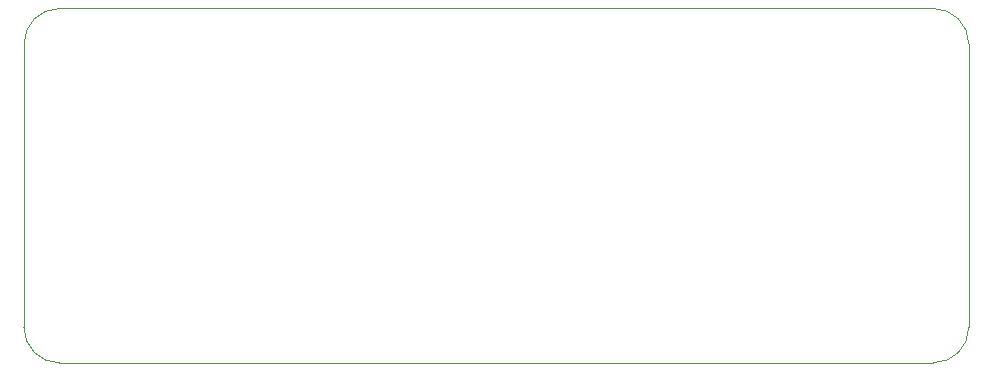
<source format=gbr>
%TF.GenerationSoftware,KiCad,Pcbnew,9.0.2*%
%TF.CreationDate,2025-05-22T18:28:58+02:00*%
%TF.ProjectId,blinky,626c696e-6b79-42e6-9b69-6361645f7063,rev?*%
%TF.SameCoordinates,Original*%
%TF.FileFunction,Profile,NP*%
%FSLAX46Y46*%
G04 Gerber Fmt 4.6, Leading zero omitted, Abs format (unit mm)*
G04 Created by KiCad (PCBNEW 9.0.2) date 2025-05-22 18:28:58*
%MOMM*%
%LPD*%
G01*
G04 APERTURE LIST*
%TA.AperFunction,Profile*%
%ADD10C,0.050000*%
%TD*%
G04 APERTURE END LIST*
D10*
X144000000Y-61500000D02*
X144000000Y-85500000D01*
X144000000Y-85500000D02*
G75*
G02*
X141000000Y-88500000I-3000000J0D01*
G01*
X67000000Y-58500000D02*
X141000000Y-58500000D01*
X141000000Y-58500000D02*
G75*
G02*
X144000000Y-61500000I0J-3000000D01*
G01*
X64000000Y-85500000D02*
X64000000Y-61500000D01*
X64000000Y-61500000D02*
G75*
G02*
X67000000Y-58500000I3000000J0D01*
G01*
X67000000Y-88500000D02*
G75*
G02*
X64000000Y-85500000I0J3000000D01*
G01*
X141000000Y-88500000D02*
X67000000Y-88500000D01*
M02*

</source>
